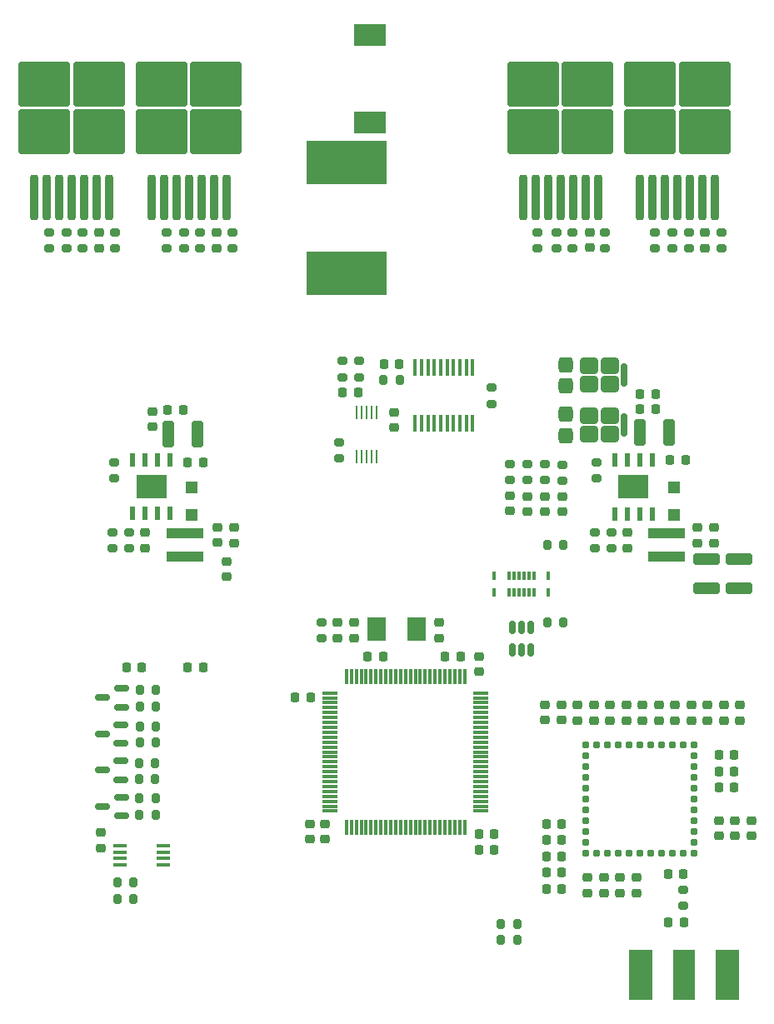
<source format=gbr>
%TF.GenerationSoftware,KiCad,Pcbnew,8.0.7*%
%TF.CreationDate,2025-03-30T10:34:42-04:00*%
%TF.ProjectId,RC-Car-Project,52432d43-6172-42d5-9072-6f6a6563742e,rev?*%
%TF.SameCoordinates,Original*%
%TF.FileFunction,Paste,Top*%
%TF.FilePolarity,Positive*%
%FSLAX46Y46*%
G04 Gerber Fmt 4.6, Leading zero omitted, Abs format (unit mm)*
G04 Created by KiCad (PCBNEW 8.0.7) date 2025-03-30 10:34:42*
%MOMM*%
%LPD*%
G01*
G04 APERTURE LIST*
G04 Aperture macros list*
%AMRoundRect*
0 Rectangle with rounded corners*
0 $1 Rounding radius*
0 $2 $3 $4 $5 $6 $7 $8 $9 X,Y pos of 4 corners*
0 Add a 4 corners polygon primitive as box body*
4,1,4,$2,$3,$4,$5,$6,$7,$8,$9,$2,$3,0*
0 Add four circle primitives for the rounded corners*
1,1,$1+$1,$2,$3*
1,1,$1+$1,$4,$5*
1,1,$1+$1,$6,$7*
1,1,$1+$1,$8,$9*
0 Add four rect primitives between the rounded corners*
20,1,$1+$1,$2,$3,$4,$5,0*
20,1,$1+$1,$4,$5,$6,$7,0*
20,1,$1+$1,$6,$7,$8,$9,0*
20,1,$1+$1,$8,$9,$2,$3,0*%
G04 Aperture macros list end*
%ADD10R,0.599999X1.450000*%
%ADD11R,3.099999X2.400000*%
%ADD12R,8.128000X4.445000*%
%ADD13R,3.302000X2.311400*%
%ADD14R,1.900000X2.400000*%
%ADD15RoundRect,0.225000X-0.250000X0.225000X-0.250000X-0.225000X0.250000X-0.225000X0.250000X0.225000X0*%
%ADD16RoundRect,0.225000X-0.225000X-0.250000X0.225000X-0.250000X0.225000X0.250000X-0.225000X0.250000X0*%
%ADD17RoundRect,0.200000X-0.275000X0.200000X-0.275000X-0.200000X0.275000X-0.200000X0.275000X0.200000X0*%
%ADD18RoundRect,0.225000X0.250000X-0.225000X0.250000X0.225000X-0.250000X0.225000X-0.250000X-0.225000X0*%
%ADD19R,2.290000X5.080000*%
%ADD20R,2.420000X5.080000*%
%ADD21RoundRect,0.200000X0.200000X0.275000X-0.200000X0.275000X-0.200000X-0.275000X0.200000X-0.275000X0*%
%ADD22RoundRect,0.200000X-0.200000X-0.275000X0.200000X-0.275000X0.200000X0.275000X-0.200000X0.275000X0*%
%ADD23R,3.700000X0.980000*%
%ADD24RoundRect,0.200000X0.275000X-0.200000X0.275000X0.200000X-0.275000X0.200000X-0.275000X-0.200000X0*%
%ADD25RoundRect,0.200000X0.200000X-2.100000X0.200000X2.100000X-0.200000X2.100000X-0.200000X-2.100000X0*%
%ADD26RoundRect,0.250000X2.375000X-2.025000X2.375000X2.025000X-2.375000X2.025000X-2.375000X-2.025000X0*%
%ADD27RoundRect,0.250000X-0.325000X-1.100000X0.325000X-1.100000X0.325000X1.100000X-0.325000X1.100000X0*%
%ADD28RoundRect,0.150000X-0.150000X0.512500X-0.150000X-0.512500X0.150000X-0.512500X0.150000X0.512500X0*%
%ADD29R,1.371600X0.457200*%
%ADD30RoundRect,0.218750X0.256250X-0.218750X0.256250X0.218750X-0.256250X0.218750X-0.256250X-0.218750X0*%
%ADD31RoundRect,0.075000X-0.075000X0.725000X-0.075000X-0.725000X0.075000X-0.725000X0.075000X0.725000X0*%
%ADD32RoundRect,0.075000X-0.725000X0.075000X-0.725000X-0.075000X0.725000X-0.075000X0.725000X0.075000X0*%
%ADD33RoundRect,0.225000X0.225000X0.250000X-0.225000X0.250000X-0.225000X-0.250000X0.225000X-0.250000X0*%
%ADD34RoundRect,0.425000X0.525000X0.425000X-0.525000X0.425000X-0.525000X-0.425000X0.525000X-0.425000X0*%
%ADD35RoundRect,0.150000X0.150000X1.050000X-0.150000X1.050000X-0.150000X-1.050000X0.150000X-1.050000X0*%
%ADD36RoundRect,0.360000X0.360000X0.440000X-0.360000X0.440000X-0.360000X-0.440000X0.360000X-0.440000X0*%
%ADD37RoundRect,0.150000X0.587500X0.150000X-0.587500X0.150000X-0.587500X-0.150000X0.587500X-0.150000X0*%
%ADD38RoundRect,0.250000X-1.100000X0.325000X-1.100000X-0.325000X1.100000X-0.325000X1.100000X0.325000X0*%
%ADD39R,0.355600X1.676400*%
%ADD40RoundRect,0.175000X0.175000X0.175000X-0.175000X0.175000X-0.175000X-0.175000X0.175000X-0.175000X0*%
%ADD41RoundRect,0.175000X0.175000X-0.175000X0.175000X0.175000X-0.175000X0.175000X-0.175000X-0.175000X0*%
%ADD42RoundRect,0.175000X-0.175000X0.175000X-0.175000X-0.175000X0.175000X-0.175000X0.175000X0.175000X0*%
%ADD43RoundRect,0.175000X-0.175000X-0.175000X0.175000X-0.175000X0.175000X0.175000X-0.175000X0.175000X0*%
%ADD44R,0.279400X1.333500*%
%ADD45R,1.200000X1.200000*%
%ADD46R,0.300000X0.870000*%
G04 APERTURE END LIST*
D10*
%TO.C,U2*%
X178233000Y-104888000D03*
X176963000Y-104888000D03*
X175693000Y-104888000D03*
X174423000Y-104888000D03*
X174423000Y-110337999D03*
X175693000Y-110337999D03*
X176963000Y-110337999D03*
X178233000Y-110337999D03*
D11*
X176328000Y-107613001D03*
%TD*%
D12*
%TO.C,R73*%
X147193000Y-85877400D03*
X147193000Y-74650600D03*
%TD*%
D13*
%TO.C,F1*%
X149606000Y-61722000D03*
X149606000Y-70612000D03*
%TD*%
D14*
%TO.C,Y1*%
X150223000Y-122047000D03*
X154323000Y-122047000D03*
%TD*%
D15*
%TO.C,C38*%
X152019000Y-100050000D03*
X152019000Y-101600000D03*
%TD*%
D16*
%TO.C,C39*%
X146799000Y-98044000D03*
X148349000Y-98044000D03*
%TD*%
D17*
%TO.C,R56*%
X130683000Y-81725000D03*
X130683000Y-83375000D03*
%TD*%
D18*
%TO.C,R27*%
X180594000Y-131331000D03*
X180594000Y-129781000D03*
%TD*%
D19*
%TO.C,J15*%
X181483000Y-157168000D03*
D20*
X177103000Y-157168000D03*
X185863000Y-157168000D03*
%TD*%
D21*
%TO.C,R68*%
X127767500Y-135655000D03*
X126117500Y-135655000D03*
%TD*%
D22*
%TO.C,R48*%
X150940000Y-96774000D03*
X152590000Y-96774000D03*
%TD*%
D16*
%TO.C,R18*%
X185026000Y-136525000D03*
X186576000Y-136525000D03*
%TD*%
D23*
%TO.C,L2*%
X130810000Y-112353000D03*
X130810000Y-114723000D03*
%TD*%
D21*
%TO.C,R67*%
X127791000Y-139246000D03*
X126141000Y-139246000D03*
%TD*%
D18*
%TO.C,C6*%
X127508000Y-101486000D03*
X127508000Y-99936000D03*
%TD*%
%TO.C,R30*%
X171704000Y-148870000D03*
X171704000Y-147320000D03*
%TD*%
D17*
%TO.C,R59*%
X168529000Y-81725000D03*
X168529000Y-83375000D03*
%TD*%
%TO.C,R2*%
X169164000Y-105348000D03*
X169164000Y-106998000D03*
%TD*%
D15*
%TO.C,C26*%
X145034000Y-141846000D03*
X145034000Y-143396000D03*
%TD*%
%TO.C,C23*%
X143510000Y-141846000D03*
X143510000Y-143396000D03*
%TD*%
D24*
%TO.C,R42*%
X146431000Y-104711000D03*
X146431000Y-103061000D03*
%TD*%
%TO.C,R43*%
X146812000Y-96456000D03*
X146812000Y-94806000D03*
%TD*%
D18*
%TO.C,C33*%
X170688000Y-131331000D03*
X170688000Y-129781000D03*
%TD*%
D25*
%TO.C,Q4*%
X165119000Y-78226000D03*
X166389000Y-78226000D03*
X167659000Y-78226000D03*
X168929000Y-78226000D03*
X170199000Y-78226000D03*
X171469000Y-78226000D03*
X172739000Y-78226000D03*
D26*
X166154000Y-71501000D03*
X171704000Y-71501000D03*
X166154000Y-66651000D03*
X171704000Y-66651000D03*
%TD*%
D21*
%TO.C,R6*%
X164528000Y-153670000D03*
X162878000Y-153670000D03*
%TD*%
D17*
%TO.C,R9*%
X172593000Y-105093000D03*
X172593000Y-106743000D03*
%TD*%
D18*
%TO.C,C21*%
X146304000Y-122949000D03*
X146304000Y-121399000D03*
%TD*%
D27*
%TO.C,C4*%
X129081000Y-102235000D03*
X132031000Y-102235000D03*
%TD*%
D15*
%TO.C,C44*%
X171884000Y-81762000D03*
X171884000Y-83312000D03*
%TD*%
D18*
%TO.C,R32*%
X175006000Y-148857000D03*
X175006000Y-147307000D03*
%TD*%
D16*
%TO.C,C5*%
X177025000Y-99695000D03*
X178575000Y-99695000D03*
%TD*%
D18*
%TO.C,R39*%
X167386000Y-131318000D03*
X167386000Y-129768000D03*
%TD*%
D15*
%TO.C,C10*%
X126746000Y-112255000D03*
X126746000Y-113805000D03*
%TD*%
D28*
%TO.C,U1*%
X165923000Y-121925500D03*
X164973000Y-121925500D03*
X164023000Y-121925500D03*
X164023000Y-124200500D03*
X164973000Y-124200500D03*
X165923000Y-124200500D03*
%TD*%
D29*
%TO.C,U7*%
X124167900Y-144059001D03*
X124167900Y-144708999D03*
X124167900Y-145359001D03*
X124167900Y-146008999D03*
X128562100Y-146008999D03*
X128562100Y-145359001D03*
X128562100Y-144708999D03*
X128562100Y-144059001D03*
%TD*%
D18*
%TO.C,C17*%
X182880000Y-113297000D03*
X182880000Y-111747000D03*
%TD*%
D30*
%TO.C,D4*%
X165608000Y-110134500D03*
X165608000Y-108559500D03*
%TD*%
D16*
%TO.C,C28*%
X149339000Y-124841000D03*
X150889000Y-124841000D03*
%TD*%
D21*
%TO.C,R7*%
X169227000Y-113538000D03*
X167577000Y-113538000D03*
%TD*%
D31*
%TO.C,U4*%
X159186000Y-126873000D03*
X158686000Y-126873000D03*
X158186000Y-126873000D03*
X157686000Y-126873000D03*
X157186000Y-126873000D03*
X156686000Y-126873000D03*
X156186000Y-126873000D03*
X155686000Y-126873000D03*
X155186000Y-126873000D03*
X154686000Y-126873000D03*
X154186000Y-126873000D03*
X153686000Y-126873000D03*
X153186000Y-126873000D03*
X152686000Y-126873000D03*
X152186000Y-126873000D03*
X151686000Y-126873000D03*
X151186000Y-126873000D03*
X150686000Y-126873000D03*
X150186000Y-126873000D03*
X149686000Y-126873000D03*
X149186000Y-126873000D03*
X148686000Y-126873000D03*
X148186000Y-126873000D03*
X147686000Y-126873000D03*
X147186000Y-126873000D03*
D32*
X145511000Y-128548000D03*
X145511000Y-129048000D03*
X145511000Y-129548000D03*
X145511000Y-130048000D03*
X145511000Y-130548000D03*
X145511000Y-131048000D03*
X145511000Y-131548000D03*
X145511000Y-132048000D03*
X145511000Y-132548000D03*
X145511000Y-133048000D03*
X145511000Y-133548000D03*
X145511000Y-134048000D03*
X145511000Y-134548000D03*
X145511000Y-135048000D03*
X145511000Y-135548000D03*
X145511000Y-136048000D03*
X145511000Y-136548000D03*
X145511000Y-137048000D03*
X145511000Y-137548000D03*
X145511000Y-138048000D03*
X145511000Y-138548000D03*
X145511000Y-139048000D03*
X145511000Y-139548000D03*
X145511000Y-140048000D03*
X145511000Y-140548000D03*
D31*
X147186000Y-142223000D03*
X147686000Y-142223000D03*
X148186000Y-142223000D03*
X148686000Y-142223000D03*
X149186000Y-142223000D03*
X149686000Y-142223000D03*
X150186000Y-142223000D03*
X150686000Y-142223000D03*
X151186000Y-142223000D03*
X151686000Y-142223000D03*
X152186000Y-142223000D03*
X152686000Y-142223000D03*
X153186000Y-142223000D03*
X153686000Y-142223000D03*
X154186000Y-142223000D03*
X154686000Y-142223000D03*
X155186000Y-142223000D03*
X155686000Y-142223000D03*
X156186000Y-142223000D03*
X156686000Y-142223000D03*
X157186000Y-142223000D03*
X157686000Y-142223000D03*
X158186000Y-142223000D03*
X158686000Y-142223000D03*
X159186000Y-142223000D03*
D32*
X160861000Y-140548000D03*
X160861000Y-140048000D03*
X160861000Y-139548000D03*
X160861000Y-139048000D03*
X160861000Y-138548000D03*
X160861000Y-138048000D03*
X160861000Y-137548000D03*
X160861000Y-137048000D03*
X160861000Y-136548000D03*
X160861000Y-136048000D03*
X160861000Y-135548000D03*
X160861000Y-135048000D03*
X160861000Y-134548000D03*
X160861000Y-134048000D03*
X160861000Y-133548000D03*
X160861000Y-133048000D03*
X160861000Y-132548000D03*
X160861000Y-132048000D03*
X160861000Y-131548000D03*
X160861000Y-131048000D03*
X160861000Y-130548000D03*
X160861000Y-130048000D03*
X160861000Y-129548000D03*
X160861000Y-129048000D03*
X160861000Y-128548000D03*
%TD*%
D16*
%TO.C,C27*%
X157213000Y-124841000D03*
X158763000Y-124841000D03*
%TD*%
D17*
%TO.C,R4*%
X165608000Y-105284000D03*
X165608000Y-106934000D03*
%TD*%
D21*
%TO.C,R71*%
X127825000Y-131953000D03*
X126175000Y-131953000D03*
%TD*%
D17*
%TO.C,R55*%
X120396000Y-81725000D03*
X120396000Y-83375000D03*
%TD*%
D33*
%TO.C,C41*%
X152540000Y-95123000D03*
X150990000Y-95123000D03*
%TD*%
D18*
%TO.C,R35*%
X172339000Y-131344000D03*
X172339000Y-129794000D03*
%TD*%
D17*
%TO.C,R58*%
X132334000Y-81725000D03*
X132334000Y-83375000D03*
%TD*%
D18*
%TO.C,C32*%
X177292000Y-131331000D03*
X177292000Y-129781000D03*
%TD*%
D33*
%TO.C,R17*%
X126391000Y-125984000D03*
X124841000Y-125984000D03*
%TD*%
D30*
%TO.C,D1*%
X163830000Y-110071500D03*
X163830000Y-108496500D03*
%TD*%
D21*
%TO.C,R66*%
X127767500Y-137317000D03*
X126117500Y-137317000D03*
%TD*%
D17*
%TO.C,R53*%
X118745000Y-81725000D03*
X118745000Y-83375000D03*
%TD*%
D15*
%TO.C,C43*%
X133985000Y-81775000D03*
X133985000Y-83325000D03*
%TD*%
D34*
%TO.C,D5*%
X171880000Y-100359000D03*
X171880000Y-102259000D03*
X173980000Y-100359000D03*
X173980000Y-102259000D03*
D35*
X175430000Y-101309000D03*
D36*
X169500000Y-100244000D03*
X169500000Y-102374000D03*
%TD*%
D18*
%TO.C,C31*%
X175641000Y-131331000D03*
X175641000Y-129781000D03*
%TD*%
D25*
%TO.C,Q3*%
X127362000Y-78226000D03*
X128632000Y-78226000D03*
X129902000Y-78226000D03*
X131172000Y-78226000D03*
X132442000Y-78226000D03*
X133712000Y-78226000D03*
X134982000Y-78226000D03*
D26*
X128397000Y-71501000D03*
X133947000Y-71501000D03*
X128397000Y-66651000D03*
X133947000Y-66651000D03*
%TD*%
D37*
%TO.C,Q6*%
X124303000Y-141031000D03*
X124303000Y-139131000D03*
X122428000Y-140081000D03*
%TD*%
D21*
%TO.C,R8*%
X169227000Y-121412000D03*
X167577000Y-121412000D03*
%TD*%
D33*
%TO.C,R23*%
X169050000Y-146812000D03*
X167500000Y-146812000D03*
%TD*%
D38*
%TO.C,C15*%
X183769000Y-114984000D03*
X183769000Y-117934000D03*
%TD*%
D16*
%TO.C,C24*%
X160642000Y-144526000D03*
X162192000Y-144526000D03*
%TD*%
D27*
%TO.C,C3*%
X177025000Y-102089000D03*
X179975000Y-102089000D03*
%TD*%
D16*
%TO.C,R24*%
X185026000Y-138176000D03*
X186576000Y-138176000D03*
%TD*%
%TO.C,C8*%
X129019000Y-99822000D03*
X130569000Y-99822000D03*
%TD*%
D33*
%TO.C,C34*%
X181443170Y-146944168D03*
X179893170Y-146944168D03*
%TD*%
D18*
%TO.C,R40*%
X169037000Y-131318000D03*
X169037000Y-129768000D03*
%TD*%
%TO.C,C19*%
X184531000Y-113297000D03*
X184531000Y-111747000D03*
%TD*%
D33*
%TO.C,C29*%
X143523000Y-129032000D03*
X141973000Y-129032000D03*
%TD*%
D24*
%TO.C,R47*%
X161925000Y-99186000D03*
X161925000Y-97536000D03*
%TD*%
D21*
%TO.C,R65*%
X127791000Y-140897000D03*
X126141000Y-140897000D03*
%TD*%
D24*
%TO.C,R44*%
X148463000Y-96456000D03*
X148463000Y-94806000D03*
%TD*%
D22*
%TO.C,R46*%
X123889000Y-147828000D03*
X125539000Y-147828000D03*
%TD*%
D24*
%TO.C,R14*%
X125095000Y-113855000D03*
X125095000Y-112205000D03*
%TD*%
D17*
%TO.C,R1*%
X163830000Y-105284000D03*
X163830000Y-106934000D03*
%TD*%
D18*
%TO.C,FB1*%
X188335034Y-143065612D03*
X188335034Y-141515612D03*
%TD*%
D30*
%TO.C,D3*%
X167386000Y-110134500D03*
X167386000Y-108559500D03*
%TD*%
D18*
%TO.C,R22*%
X178943000Y-131331000D03*
X178943000Y-129781000D03*
%TD*%
D21*
%TO.C,R69*%
X127825000Y-133604000D03*
X126175000Y-133604000D03*
%TD*%
D15*
%TO.C,C37*%
X186692502Y-141517935D03*
X186692502Y-143067935D03*
%TD*%
D17*
%TO.C,R57*%
X135636000Y-81725000D03*
X135636000Y-83375000D03*
%TD*%
%TO.C,R11*%
X172466000Y-112205000D03*
X172466000Y-113855000D03*
%TD*%
D18*
%TO.C,R34*%
X176657000Y-148857000D03*
X176657000Y-147307000D03*
%TD*%
%TO.C,C40*%
X122262900Y-144285000D03*
X122262900Y-142735000D03*
%TD*%
D33*
%TO.C,C12*%
X132601000Y-105156000D03*
X131051000Y-105156000D03*
%TD*%
D17*
%TO.C,R61*%
X170180000Y-81725000D03*
X170180000Y-83375000D03*
%TD*%
D38*
%TO.C,C13*%
X187071000Y-114984000D03*
X187071000Y-117934000D03*
%TD*%
D16*
%TO.C,R19*%
X185026000Y-134874000D03*
X186576000Y-134874000D03*
%TD*%
%TO.C,R16*%
X131051000Y-125984000D03*
X132601000Y-125984000D03*
%TD*%
D37*
%TO.C,Q9*%
X124303000Y-129982000D03*
X124303000Y-128082000D03*
X122428000Y-129032000D03*
%TD*%
D15*
%TO.C,C35*%
X185041502Y-141504935D03*
X185041502Y-143054935D03*
%TD*%
D33*
%TO.C,C36*%
X181455089Y-151844923D03*
X179905089Y-151844923D03*
%TD*%
D25*
%TO.C,Q5*%
X177019000Y-78226000D03*
X178289000Y-78226000D03*
X179559000Y-78226000D03*
X180829000Y-78226000D03*
X182099000Y-78226000D03*
X183369000Y-78226000D03*
X184639000Y-78226000D03*
D26*
X178054000Y-71501000D03*
X183604000Y-71501000D03*
X178054000Y-66651000D03*
X183604000Y-66651000D03*
%TD*%
D18*
%TO.C,R26*%
X183896000Y-131331000D03*
X183896000Y-129781000D03*
%TD*%
D15*
%TO.C,C42*%
X122047000Y-81775000D03*
X122047000Y-83325000D03*
%TD*%
D21*
%TO.C,R5*%
X164528000Y-152000000D03*
X162878000Y-152000000D03*
%TD*%
D15*
%TO.C,C45*%
X183642000Y-81775000D03*
X183642000Y-83325000D03*
%TD*%
D37*
%TO.C,Q8*%
X124254500Y-133665000D03*
X124254500Y-131765000D03*
X122379500Y-132715000D03*
%TD*%
D17*
%TO.C,R54*%
X123698000Y-81725000D03*
X123698000Y-83375000D03*
%TD*%
D34*
%TO.C,D6*%
X171880000Y-95291000D03*
X171880000Y-97191000D03*
X173980000Y-95291000D03*
X173980000Y-97191000D03*
D35*
X175430000Y-96241000D03*
D36*
X169500000Y-95176000D03*
X169500000Y-97306000D03*
%TD*%
D18*
%TO.C,C22*%
X147955000Y-122949000D03*
X147955000Y-121399000D03*
%TD*%
D15*
%TO.C,C9*%
X175768000Y-112255000D03*
X175768000Y-113805000D03*
%TD*%
D33*
%TO.C,R29*%
X169050000Y-145161000D03*
X167500000Y-145161000D03*
%TD*%
D18*
%TO.C,C16*%
X135763000Y-113297000D03*
X135763000Y-111747000D03*
%TD*%
D17*
%TO.C,R63*%
X185293000Y-81725000D03*
X185293000Y-83375000D03*
%TD*%
D24*
%TO.C,R51*%
X128905000Y-83375000D03*
X128905000Y-81725000D03*
%TD*%
D17*
%TO.C,R62*%
X180340000Y-81725000D03*
X180340000Y-83375000D03*
%TD*%
D25*
%TO.C,Q2*%
X115443000Y-78232000D03*
X116713000Y-78232000D03*
X117983000Y-78232000D03*
X119253000Y-78232000D03*
X120523000Y-78232000D03*
X121793000Y-78232000D03*
X123063000Y-78232000D03*
D26*
X116478000Y-71507000D03*
X122028000Y-71507000D03*
X116478000Y-66657000D03*
X122028000Y-66657000D03*
%TD*%
D21*
%TO.C,R72*%
X127825000Y-128270000D03*
X126175000Y-128270000D03*
%TD*%
D10*
%TO.C,U3*%
X129286000Y-104828998D03*
X128016000Y-104828998D03*
X126746000Y-104828998D03*
X125476000Y-104828998D03*
X125476000Y-110278997D03*
X126746000Y-110278997D03*
X128016000Y-110278997D03*
X129286000Y-110278997D03*
D11*
X127381000Y-107553999D03*
%TD*%
D18*
%TO.C,R25*%
X187198000Y-131331000D03*
X187198000Y-129781000D03*
%TD*%
D39*
%TO.C,U8*%
X154174000Y-101117400D03*
X154824001Y-101117400D03*
X155473999Y-101117400D03*
X156124001Y-101117400D03*
X156773999Y-101117400D03*
X157423998Y-101117400D03*
X158073999Y-101117400D03*
X158723998Y-101117400D03*
X159373999Y-101117400D03*
X160023998Y-101117400D03*
X160024000Y-95478600D03*
X159374002Y-95478600D03*
X158724001Y-95478600D03*
X158074002Y-95478600D03*
X157424001Y-95478600D03*
X156774002Y-95478600D03*
X156124001Y-95478600D03*
X155474002Y-95478600D03*
X154824001Y-95478600D03*
X154174002Y-95478600D03*
%TD*%
D18*
%TO.C,C20*%
X156591000Y-122949000D03*
X156591000Y-121399000D03*
%TD*%
D24*
%TO.C,R33*%
X181430995Y-150167495D03*
X181430995Y-148517495D03*
%TD*%
%TO.C,R52*%
X166624000Y-83375000D03*
X166624000Y-81725000D03*
%TD*%
D40*
%TO.C,U5*%
X182538000Y-144819000D03*
D41*
X182538000Y-143719000D03*
X182538000Y-142619000D03*
X182538000Y-141519000D03*
X182538000Y-140419000D03*
X182538000Y-139319000D03*
X182538000Y-138219000D03*
D40*
X182538000Y-137119000D03*
X182538000Y-136019000D03*
X182538000Y-134919000D03*
X182538000Y-133819000D03*
X181438000Y-133819000D03*
X180338000Y-133819000D03*
X179238000Y-133819000D03*
X178138000Y-133819000D03*
X177038000Y-133819000D03*
X175938000Y-133819000D03*
D42*
X174838000Y-133819000D03*
X173738000Y-133819000D03*
X172638000Y-133819000D03*
X171538000Y-133819000D03*
X171538000Y-134919000D03*
X171538000Y-136019000D03*
X171538000Y-137119000D03*
X171538000Y-138219000D03*
X171538000Y-139319000D03*
X171538000Y-140419000D03*
D43*
X171538000Y-141519000D03*
X171538000Y-142619000D03*
X171538000Y-143719000D03*
X171538000Y-144819000D03*
X172638000Y-144819000D03*
X173738000Y-144819000D03*
X174838000Y-144819000D03*
X175938000Y-144819000D03*
X177038000Y-144819000D03*
X178138000Y-144819000D03*
D41*
X179238000Y-144819000D03*
X180338000Y-144819000D03*
X181438000Y-144819000D03*
%TD*%
D17*
%TO.C,R15*%
X144653000Y-121349000D03*
X144653000Y-122999000D03*
%TD*%
%TO.C,R10*%
X123571000Y-105093000D03*
X123571000Y-106743000D03*
%TD*%
D18*
%TO.C,C30*%
X160655000Y-126378000D03*
X160655000Y-124828000D03*
%TD*%
D44*
%TO.C,U6*%
X148224748Y-104508300D03*
X148724874Y-104508300D03*
X149225000Y-104508300D03*
X149725126Y-104508300D03*
X150225252Y-104508300D03*
X150225252Y-100076000D03*
X149725126Y-100076000D03*
X149225000Y-100076000D03*
X148724874Y-100076000D03*
X148224748Y-100076000D03*
%TD*%
D18*
%TO.C,R36*%
X173990000Y-131331000D03*
X173990000Y-129781000D03*
%TD*%
D24*
%TO.C,R49*%
X178562000Y-83375000D03*
X178562000Y-81725000D03*
%TD*%
D17*
%TO.C,R3*%
X167386000Y-105284000D03*
X167386000Y-106934000D03*
%TD*%
%TO.C,R13*%
X123444000Y-112205000D03*
X123444000Y-113855000D03*
%TD*%
D45*
%TO.C,D7*%
X180467000Y-110493000D03*
X180467000Y-107693000D03*
%TD*%
D16*
%TO.C,C7*%
X177025000Y-98195000D03*
X178575000Y-98195000D03*
%TD*%
D33*
%TO.C,C11*%
X181623000Y-104902000D03*
X180073000Y-104902000D03*
%TD*%
D45*
%TO.C,D8*%
X131445000Y-110493000D03*
X131445000Y-107693000D03*
%TD*%
D24*
%TO.C,R50*%
X116967000Y-83375000D03*
X116967000Y-81725000D03*
%TD*%
D15*
%TO.C,C18*%
X135001000Y-115189000D03*
X135001000Y-116739000D03*
%TD*%
D18*
%TO.C,C14*%
X134112000Y-113284000D03*
X134112000Y-111734000D03*
%TD*%
D21*
%TO.C,R70*%
X127825000Y-129921000D03*
X126175000Y-129921000D03*
%TD*%
D17*
%TO.C,R64*%
X181991000Y-81725000D03*
X181991000Y-83375000D03*
%TD*%
D18*
%TO.C,R20*%
X185547000Y-131331000D03*
X185547000Y-129781000D03*
%TD*%
D30*
%TO.C,D2*%
X169164000Y-110135500D03*
X169164000Y-108560500D03*
%TD*%
D18*
%TO.C,R31*%
X173355000Y-148857000D03*
X173355000Y-147307000D03*
%TD*%
D22*
%TO.C,R41*%
X123889000Y-149479000D03*
X125539000Y-149479000D03*
%TD*%
D46*
%TO.C,J14*%
X167723000Y-118340000D03*
X166223000Y-118340000D03*
X165723000Y-118340000D03*
X165223000Y-118340000D03*
X164723000Y-118340000D03*
X164223000Y-118340000D03*
X163723000Y-118340000D03*
X162223000Y-118340000D03*
X162223000Y-116610000D03*
X163723000Y-116610000D03*
X164223000Y-116610000D03*
X164723000Y-116610000D03*
X165223000Y-116610000D03*
X165723000Y-116610000D03*
X166223000Y-116610000D03*
X167723000Y-116610000D03*
%TD*%
D33*
%TO.C,R28*%
X169050000Y-148463000D03*
X167500000Y-148463000D03*
%TD*%
D16*
%TO.C,C25*%
X160642000Y-142875000D03*
X162192000Y-142875000D03*
%TD*%
D23*
%TO.C,L1*%
X179705000Y-112353000D03*
X179705000Y-114723000D03*
%TD*%
D33*
%TO.C,R38*%
X169050000Y-141859000D03*
X167500000Y-141859000D03*
%TD*%
D24*
%TO.C,R12*%
X174117000Y-113855000D03*
X174117000Y-112205000D03*
%TD*%
D33*
%TO.C,R37*%
X169050000Y-143510000D03*
X167500000Y-143510000D03*
%TD*%
D17*
%TO.C,R60*%
X173482000Y-81725000D03*
X173482000Y-83375000D03*
%TD*%
D37*
%TO.C,Q7*%
X124254500Y-137348000D03*
X124254500Y-135448000D03*
X122379500Y-136398000D03*
%TD*%
D18*
%TO.C,R21*%
X182245000Y-131331000D03*
X182245000Y-129781000D03*
%TD*%
M02*

</source>
